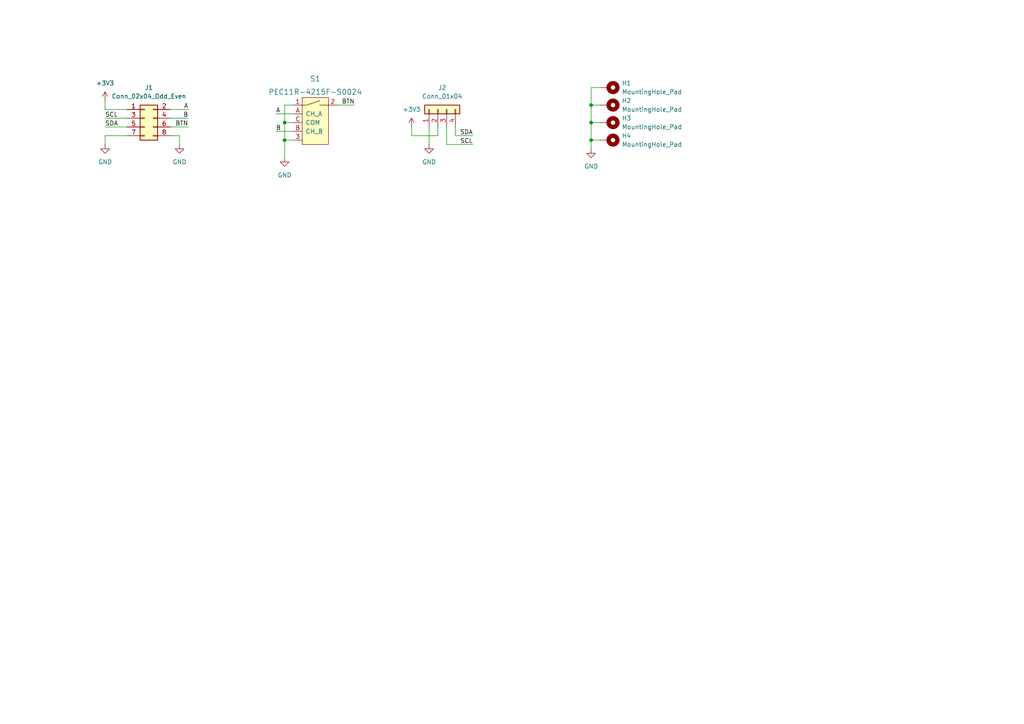
<source format=kicad_sch>
(kicad_sch (version 20211123) (generator eeschema)
  (paper "A4")
  (title_block (title "Diagnostix Portable") (rev "1"))
  (lib_symbols
    (symbol "Connector_Generic:Conn_01x04" (pin_names (offset 1.016) hide)
      (property "Reference" "J" (at 0 5.08 0))
      (property "Value" "Conn_01x04" (at 0 -7.62 0))
      (symbol "Conn_01x04_1_1"
        (rectangle (start -1.27 -4.953) (end 0 -5.207) (stroke (width 0.1524)))
        (rectangle (start -1.27 -2.413) (end 0 -2.667) (stroke (width 0.1524)))
        (rectangle (start -1.27 0.127) (end 0 -0.127) (stroke (width 0.1524)))
        (rectangle (start -1.27 2.667) (end 0 2.413) (stroke (width 0.1524)))
        (rectangle (start -1.27 3.81) (end 1.27 -6.35) (stroke (width 0.254)) (fill (type background)))
        (pin passive line (at -5.08 2.54 0) (length 3.81) (name "Pin_1") (number "1"))
        (pin passive line (at -5.08 0 0) (length 3.81) (name "Pin_2") (number "2"))
        (pin passive line (at -5.08 -2.54 0) (length 3.81) (name "Pin_3") (number "3"))
        (pin passive line (at -5.08 -5.08 0) (length 3.81) (name "Pin_4") (number "4"))
      )
    )
    (symbol "Connector_Generic:Conn_02x04_Odd_Even" (pin_names (offset 1.016) hide)
      (property "Reference" "J" (at 1.27 5.08 0))
      (property "Value" "Conn_02x04_Odd_Even" (at 1.27 -7.62 0))
      (symbol "Conn_02x04_Odd_Even_1_1"
        (rectangle (start -1.27 -4.953) (end 0 -5.207) (stroke (width 0.1524)))
        (rectangle (start -1.27 -2.413) (end 0 -2.667) (stroke (width 0.1524)))
        (rectangle (start -1.27 0.127) (end 0 -0.127) (stroke (width 0.1524)))
        (rectangle (start -1.27 2.667) (end 0 2.413) (stroke (width 0.1524)))
        (rectangle (start -1.27 3.81) (end 3.81 -6.35) (stroke (width 0.254)) (fill (type background)))
        (rectangle (start 3.81 -4.953) (end 2.54 -5.207) (stroke (width 0.1524)))
        (rectangle (start 3.81 -2.413) (end 2.54 -2.667) (stroke (width 0.1524)))
        (rectangle (start 3.81 0.127) (end 2.54 -0.127) (stroke (width 0.1524)))
        (rectangle (start 3.81 2.667) (end 2.54 2.413) (stroke (width 0.1524)))
        (pin passive line (at -5.08 2.54 0) (length 3.81) (name "Pin_1") (number "1"))
        (pin passive line (at 7.62 2.54 180) (length 3.81) (name "Pin_2") (number "2"))
        (pin passive line (at -5.08 0 0) (length 3.81) (name "Pin_3") (number "3"))
        (pin passive line (at 7.62 0 180) (length 3.81) (name "Pin_4") (number "4"))
        (pin passive line (at -5.08 -2.54 0) (length 3.81) (name "Pin_5") (number "5"))
        (pin passive line (at 7.62 -2.54 180) (length 3.81) (name "Pin_6") (number "6"))
        (pin passive line (at -5.08 -5.08 0) (length 3.81) (name "Pin_7") (number "7"))
        (pin passive line (at 7.62 -5.08 180) (length 3.81) (name "Pin_8") (number "8"))
      )
    )
    (symbol "Mechanical:MountingHole_Pad" (pin_numbers hide) (pin_names (offset 1.016) hide)
      (property "Reference" "H" (at 0 6.35 0))
      (property "Value" "MountingHole_Pad" (at 0 4.445 0))
      (symbol "MountingHole_Pad_0_1"
        (circle (center 0 1.27) (radius 1.27) (stroke (width 1.27)))
      )
      (symbol "MountingHole_Pad_1_1"
        (pin input line (at 0 -2.54 90) (length 2.54) (name "1") (number "1"))
      )
    )
    (symbol "dk_Encoders:PEC11R-4215F-S0024" (pin_names (offset 1.016))
      (property "Reference" "S" (at -1.27 5.715 0))
      (property "Value" "PEC11R-4215F-S0024" (at -1.27 -9.906 0))
      (symbol "PEC11R-4215F-S0024_0_1"
        (rectangle (start -5.08 4.699) (end 2.54 -8.89) (fill (type background)))
        (polyline (pts (xy 0 2.54) (xy 2.54 2.54)))
        (polyline (pts (xy -5.08 2.54) (xy -3.81 2.54) (xy 0 3.81)))
      )
      (symbol "PEC11R-4215F-S0024_1_1"
        (pin bidirectional line (at -7.62 2.54 0) (length 2.54) (name "~") (number "1"))
        (pin bidirectional line (at 5.08 2.54 180) (length 2.54) (name "~") (number "2"))
        (pin unspecified line (at -7.62 -7.62 0) (length 2.54) (name "~") (number "3"))
        (pin bidirectional line (at -7.62 0 0) (length 2.54) (name "CH_A") (number "A"))
        (pin bidirectional line (at -7.62 -5.08 0) (length 2.54) (name "CH_B") (number "B"))
        (pin input line (at -7.62 -2.54 0) (length 2.54) (name "COM") (number "C"))
      )
    )
    (symbol "power:+3V3" (power) (pin_names (offset 0))
      (property "Value" "+3V3" (at 0 3.556 0))
      (symbol "+3V3_0_1"
        (polyline (pts (xy -0.762 1.27) (xy 0 2.54)))
        (polyline (pts (xy 0 0) (xy 0 2.54)))
        (polyline (pts (xy 0 2.54) (xy 0.762 1.27)))
      )
      (symbol "+3V3_1_1"
        (pin power_in line (at 0 0 90) (length 0) hide (name "+3V3") (number "1"))
      )
    )
    (symbol "power:GND" (power) (pin_names (offset 0))
      (property "Value" "GND" (at 0 -3.81 0))
      (symbol "GND_0_1"
        (polyline (pts (xy 0 0) (xy 0 -1.27) (xy 1.27 -1.27) (xy 0 -2.54) (xy -1.27 -1.27) (xy 0 -1.27)))
      )
      (symbol "GND_1_1"
        (pin power_in line (at 0 0 270) (length 0) hide (name "GND") (number "1"))
      )
    )
  )
  (junction (at 171.45 30.48))
  (junction (at 171.45 35.56))
  (junction (at 171.45 40.64))
  (junction (at 82.55 40.64))
  (junction (at 82.55 35.56))
  (wire (pts (xy 49.53 36.83) (xy 54.61 36.83)))
  (wire (pts (xy 30.48 39.37) (xy 36.83 39.37)))
  (wire (pts (xy 171.45 25.4) (xy 173.99 25.4)))
  (wire (pts (xy 52.07 39.37) (xy 49.53 39.37)))
  (wire (pts (xy 30.48 41.91) (xy 30.48 39.37)))
  (wire (pts (xy 82.55 35.56) (xy 85.09 35.56)))
  (wire (pts (xy 132.08 39.37) (xy 132.08 36.83)))
  (wire (pts (xy 82.55 40.64) (xy 85.09 40.64)))
  (wire (pts (xy 30.48 29.21) (xy 30.48 31.75)))
  (wire (pts (xy 30.48 36.83) (xy 36.83 36.83)))
  (wire (pts (xy 80.01 33.02) (xy 85.09 33.02)))
  (wire (pts (xy 171.45 35.56) (xy 173.99 35.56)))
  (wire (pts (xy 30.48 31.75) (xy 36.83 31.75)))
  (wire (pts (xy 30.48 34.29) (xy 36.83 34.29)))
  (wire (pts (xy 124.46 36.83) (xy 124.46 41.91)))
  (wire (pts (xy 171.45 35.56) (xy 171.45 40.64)))
  (wire (pts (xy 82.55 40.64) (xy 82.55 35.56)))
  (wire (pts (xy 49.53 31.75) (xy 54.61 31.75)))
  (wire (pts (xy 171.45 30.48) (xy 171.45 35.56)))
  (wire (pts (xy 137.16 39.37) (xy 132.08 39.37)))
  (wire (pts (xy 171.45 40.64) (xy 171.45 43.18)))
  (wire (pts (xy 82.55 45.72) (xy 82.55 40.64)))
  (wire (pts (xy 119.38 39.37) (xy 127 39.37)))
  (wire (pts (xy 80.01 38.1) (xy 85.09 38.1)))
  (wire (pts (xy 129.54 41.91) (xy 137.16 41.91)))
  (wire (pts (xy 85.09 30.48) (xy 82.55 30.48)))
  (wire (pts (xy 171.45 30.48) (xy 173.99 30.48)))
  (wire (pts (xy 52.07 41.91) (xy 52.07 39.37)))
  (wire (pts (xy 97.79 30.48) (xy 102.87 30.48)))
  (wire (pts (xy 129.54 36.83) (xy 129.54 41.91)))
  (wire (pts (xy 171.45 25.4) (xy 171.45 30.48)))
  (wire (pts (xy 82.55 30.48) (xy 82.55 35.56)))
  (wire (pts (xy 49.53 34.29) (xy 54.61 34.29)))
  (wire (pts (xy 119.38 36.83) (xy 119.38 39.37)))
  (wire (pts (xy 171.45 40.64) (xy 173.99 40.64)))
  (wire (pts (xy 127 39.37) (xy 127 36.83)))
  (label "A" (at 80.01 33.02 0))
  (label "SCL" (at 30.48 34.29 0))
  (label "B" (at 54.61 34.29 180))
  (label "B" (at 80.01 38.1 0))
  (label "BTN" (at 102.87 30.48 180))
  (label "SDA" (at 137.16 39.37 180))
  (label "BTN" (at 54.61 36.83 180))
  (label "SDA" (at 30.48 36.83 0))
  (label "A" (at 54.61 31.75 180))
  (label "SCL" (at 137.16 41.91 180))
  (symbol (lib_id "dk_Encoders:PEC11R-4215F-S0024") (at 92.71 33.02 0) (unit 1)
    (property "Reference" "S1" (at 91.44 22.86 0) (effects (font (size 1.524 1.524))))
    (property "Value" "PEC11R-4215F-S0024" (at 91.44 26.67 0) (effects (font (size 1.524 1.524))))
    (property "Footprint" "digikey-footprints:Rotary_Encoder_Switched_PEC11R" (effects hide))
    (property "Datasheet" "https://www.bourns.com/docs/Product-Datasheets/PEC11R.pdf" (effects hide))
    (property "Digi-Key_PN" "PEC11R-4215F-S0024-ND" (effects hide))
    (property "MPN" "PEC11R-4215F-S0024" (effects hide))
    (property "Category" "Sensors, Transducers" (effects hide))
    (property "Family" "Encoders" (effects hide))
    (property "DK_Datasheet_Link" "https://www.bourns.com/docs/Product-Datasheets/PEC11R.pdf" (effects hide))
    (property "DK_Detail_Page" "/product-detail/en/bourns-inc/PEC11R-4215F-S0024/PEC11R-4215F-S0024-ND/4499665" (effects hide))
    (property "Description" "ROTARY ENCODER MECHANICAL 24PPR" (effects hide))
    (property "Manufacturer" "Bourns Inc." (effects hide))
    (property "Status" "Active" (effects hide))
  )
  (symbol (lib_id "power:GND") (at 82.55 45.72 0) (unit 1)
    (property "Reference" "#PWR0105" (effects hide))
    (property "Value" "GND" (at 82.55 50.8 0))
  )
  (symbol (lib_id "power:+3V3") (at 30.48 29.21 0) (unit 1)
    (property "Reference" "#PWR0104" (effects hide))
    (property "Value" "+3V3" (at 30.48 24.13 0))
  )
  (symbol (lib_id "power:+3V3") (at 119.38 36.83 0) (unit 1)
    (property "Reference" "#PWR0107" (effects hide))
    (property "Value" "+3V3" (at 119.38 31.75 0))
  )
  (symbol (lib_id "Mechanical:MountingHole_Pad") (at 176.53 25.4 270) (unit 1) (in_bom no)
    (property "Reference" "H1" (at 180.34 24.1299 90) (effects (justify left)))
    (property "Value" "MountingHole_Pad" (at 180.34 26.6699 90) (effects (justify left)))
    (property "Footprint" "MountingHole:MountingHole_3.2mm_M3_DIN965_Pad" (effects hide))
  )
  (symbol (lib_id "power:GND") (at 124.46 41.91 0) (unit 1)
    (property "Reference" "#PWR0106" (effects hide))
    (property "Value" "GND" (at 124.46 46.99 0))
  )
  (symbol (lib_id "Connector_Generic:Conn_02x04_Odd_Even") (at 41.91 34.29 0) (unit 1)
    (property "Reference" "J1" (at 43.18 25.4 0))
    (property "Value" "Conn_02x04_Odd_Even" (at 43.18 27.94 0))
    (property "Footprint" "Connector_IDC:IDC-Header_2x04_P2.54mm_Vertical" (effects hide))
  )
  (symbol (lib_id "power:GND") (at 30.48 41.91 0) (unit 1)
    (property "Reference" "#PWR0102" (effects hide))
    (property "Value" "GND" (at 30.48 46.99 0))
  )
  (symbol (lib_id "power:GND") (at 171.45 43.18 0) (unit 1)
    (property "Reference" "#PWR0101" (effects hide))
    (property "Value" "GND" (at 171.45 48.26 0))
  )
  (symbol (lib_id "power:GND") (at 52.07 41.91 0) (unit 1)
    (property "Reference" "#PWR0103" (effects hide))
    (property "Value" "GND" (at 52.07 46.99 0))
  )
  (symbol (lib_id "Mechanical:MountingHole_Pad") (at 176.53 30.48 270) (unit 1) (in_bom no)
    (property "Reference" "H2" (at 180.34 29.2099 90) (effects (justify left)))
    (property "Value" "MountingHole_Pad" (at 180.34 31.7499 90) (effects (justify left)))
    (property "Footprint" "MountingHole:MountingHole_3.2mm_M3_DIN965_Pad" (effects hide))
  )
  (symbol (lib_id "Mechanical:MountingHole_Pad") (at 176.53 40.64 270) (unit 1) (in_bom no)
    (property "Reference" "H4" (at 180.34 39.3699 90) (effects (justify left)))
    (property "Value" "MountingHole_Pad" (at 180.34 41.9099 90) (effects (justify left)))
    (property "Footprint" "MountingHole:MountingHole_3.2mm_M3_DIN965_Pad" (effects hide))
  )
  (symbol (lib_id "Mechanical:MountingHole_Pad") (at 176.53 35.56 270) (unit 1) (in_bom no)
    (property "Reference" "H3" (at 180.34 34.2899 90) (effects (justify left)))
    (property "Value" "MountingHole_Pad" (at 180.34 36.8299 90) (effects (justify left)))
    (property "Footprint" "MountingHole:MountingHole_3.2mm_M3_DIN965_Pad" (effects hide))
  )
  (symbol (lib_id "Connector_Generic:Conn_01x04") (at 127 31.75 90) (unit 1)
    (property "Reference" "J2" (at 128.27 25.4 90))
    (property "Value" "Conn_01x04" (at 128.27 27.94 90))
    (property "Footprint" "Connector_PinSocket_2.54mm:PinSocket_1x04_P2.54mm_Vertical" (effects hide))
  )
)
</source>
